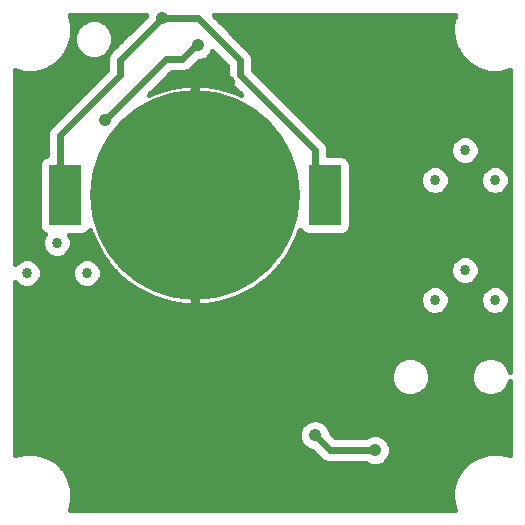
<source format=gbl>
G75*
%MOIN*%
%OFA0B0*%
%FSLAX25Y25*%
%IPPOS*%
%LPD*%
%AMOC8*
5,1,8,0,0,1.08239X$1,22.5*
%
%ADD10C,0.03378*%
%ADD11R,0.10984X0.20000*%
%ADD12C,0.70000*%
%ADD13C,0.04159*%
%ADD14C,0.02400*%
%ADD15C,0.01600*%
D10*
X0015138Y0090178D03*
X0025138Y0100178D03*
X0035138Y0090178D03*
X0151138Y0081178D03*
X0161138Y0091178D03*
X0171138Y0081178D03*
X0171138Y0121178D03*
X0161138Y0131178D03*
X0151138Y0121178D03*
D11*
X0114406Y0116178D03*
X0027871Y0116178D03*
D12*
X0071138Y0116178D03*
D13*
X0041138Y0141178D03*
X0072033Y0166134D03*
X0060011Y0175098D03*
X0082538Y0153978D03*
X0126138Y0146178D03*
X0089759Y0051678D03*
X0111138Y0036178D03*
X0131138Y0031178D03*
X0136138Y0036178D03*
X0126138Y0016178D03*
X0051138Y0041178D03*
X0016138Y0066178D03*
D14*
X0026138Y0117910D02*
X0026138Y0136178D01*
X0046138Y0156178D01*
X0046138Y0161178D01*
X0060011Y0175050D01*
X0060011Y0175098D01*
X0072218Y0175098D01*
X0086138Y0161178D01*
X0086138Y0156178D01*
X0111138Y0131178D01*
X0111138Y0119445D01*
X0066904Y0161594D02*
X0071443Y0166134D01*
X0066904Y0161594D02*
X0061555Y0161594D01*
X0041138Y0141178D01*
X0111138Y0036178D02*
X0116138Y0031178D01*
X0131138Y0031178D01*
D15*
X0029324Y0021639D02*
X0027461Y0024866D01*
X0024827Y0027500D01*
X0021600Y0029363D01*
X0018001Y0030328D01*
X0014276Y0030328D01*
X0011138Y0029487D01*
X0011138Y0087264D01*
X0012369Y0086033D01*
X0014166Y0085289D01*
X0016111Y0085289D01*
X0017908Y0086033D01*
X0019283Y0087408D01*
X0020027Y0089205D01*
X0020027Y0091150D01*
X0019283Y0092947D01*
X0017908Y0094322D01*
X0016111Y0095067D01*
X0014166Y0095067D01*
X0012369Y0094322D01*
X0011138Y0093092D01*
X0011138Y0157868D01*
X0014276Y0157028D01*
X0018001Y0157028D01*
X0021600Y0157992D01*
X0024827Y0159855D01*
X0027461Y0162489D01*
X0029324Y0165716D01*
X0030288Y0169315D01*
X0030288Y0173041D01*
X0029448Y0176178D01*
X0054743Y0176178D01*
X0054731Y0176148D01*
X0054731Y0175993D01*
X0043646Y0164908D01*
X0042408Y0163670D01*
X0041738Y0162053D01*
X0041738Y0158000D01*
X0022408Y0138670D01*
X0021738Y0137053D01*
X0021738Y0129376D01*
X0020566Y0128890D01*
X0019666Y0127990D01*
X0019179Y0126814D01*
X0019179Y0105541D01*
X0019666Y0104365D01*
X0020566Y0103465D01*
X0021235Y0103188D01*
X0020994Y0102947D01*
X0020249Y0101150D01*
X0020249Y0099205D01*
X0020994Y0097408D01*
X0022369Y0096033D01*
X0024166Y0095289D01*
X0026111Y0095289D01*
X0027908Y0096033D01*
X0029283Y0097408D01*
X0030027Y0099205D01*
X0030027Y0101150D01*
X0029283Y0102947D01*
X0029252Y0102978D01*
X0033999Y0102978D01*
X0035176Y0103465D01*
X0036076Y0104365D01*
X0036189Y0104638D01*
X0036336Y0104168D01*
X0037124Y0102088D01*
X0029639Y0102088D01*
X0030027Y0100490D02*
X0037844Y0100490D01*
X0038037Y0100060D02*
X0039070Y0098091D01*
X0040221Y0096188D01*
X0041484Y0094358D01*
X0042856Y0092607D01*
X0044331Y0090942D01*
X0045903Y0089370D01*
X0047568Y0087895D01*
X0049319Y0086524D01*
X0051149Y0085260D01*
X0053052Y0084110D01*
X0055021Y0083076D01*
X0057049Y0082163D01*
X0059129Y0081375D01*
X0061252Y0080713D01*
X0063411Y0080181D01*
X0065599Y0079780D01*
X0067807Y0079512D01*
X0070026Y0079378D01*
X0070338Y0079378D01*
X0070338Y0115378D01*
X0071938Y0115378D01*
X0071938Y0079378D01*
X0072250Y0079378D01*
X0074470Y0079512D01*
X0076678Y0079780D01*
X0078866Y0080181D01*
X0081025Y0080713D01*
X0083148Y0081375D01*
X0085228Y0082163D01*
X0087256Y0083076D01*
X0089225Y0084110D01*
X0091128Y0085260D01*
X0092958Y0086524D01*
X0094709Y0087895D01*
X0096374Y0089370D01*
X0097946Y0090942D01*
X0099421Y0092607D01*
X0100793Y0094358D01*
X0102056Y0096188D01*
X0103206Y0098091D01*
X0104240Y0100060D01*
X0105153Y0102088D01*
X0176138Y0102088D01*
X0176138Y0100490D02*
X0104433Y0100490D01*
X0105153Y0102088D02*
X0105941Y0104168D01*
X0106088Y0104638D01*
X0106201Y0104365D01*
X0107101Y0103465D01*
X0108278Y0102978D01*
X0120535Y0102978D01*
X0121711Y0103465D01*
X0122611Y0104365D01*
X0123098Y0105541D01*
X0123098Y0126814D01*
X0122611Y0127990D01*
X0121711Y0128890D01*
X0120535Y0129378D01*
X0115538Y0129378D01*
X0115538Y0132053D01*
X0114869Y0133670D01*
X0113631Y0134908D01*
X0090538Y0158000D01*
X0090538Y0162053D01*
X0089869Y0163670D01*
X0088631Y0164908D01*
X0077361Y0176178D01*
X0157829Y0176178D01*
X0156988Y0173041D01*
X0156988Y0169315D01*
X0157953Y0165716D01*
X0159816Y0162489D01*
X0162450Y0159855D01*
X0165677Y0157992D01*
X0169276Y0157028D01*
X0173001Y0157028D01*
X0176138Y0157868D01*
X0176138Y0057251D01*
X0175253Y0059388D01*
X0173404Y0061237D01*
X0170989Y0062237D01*
X0168375Y0062237D01*
X0165959Y0061237D01*
X0164111Y0059388D01*
X0163110Y0056973D01*
X0163110Y0054359D01*
X0164111Y0051943D01*
X0165959Y0050095D01*
X0168375Y0049094D01*
X0170989Y0049094D01*
X0173404Y0050095D01*
X0175253Y0051943D01*
X0176138Y0054081D01*
X0176138Y0029487D01*
X0173001Y0030328D01*
X0169276Y0030328D01*
X0165677Y0029363D01*
X0162450Y0027500D01*
X0159816Y0024866D01*
X0157953Y0021639D01*
X0156988Y0018041D01*
X0156988Y0014315D01*
X0157829Y0011178D01*
X0029448Y0011178D01*
X0030288Y0014315D01*
X0030288Y0018041D01*
X0029324Y0021639D01*
X0029022Y0022163D02*
X0158255Y0022163D01*
X0157665Y0020564D02*
X0029612Y0020564D01*
X0030041Y0018966D02*
X0157236Y0018966D01*
X0156988Y0017367D02*
X0030288Y0017367D01*
X0030288Y0015769D02*
X0156988Y0015769D01*
X0157027Y0014170D02*
X0030250Y0014170D01*
X0029821Y0012572D02*
X0157456Y0012572D01*
X0159178Y0023761D02*
X0028099Y0023761D01*
X0026967Y0025360D02*
X0160309Y0025360D01*
X0161908Y0026958D02*
X0134385Y0026958D01*
X0134129Y0026702D02*
X0135614Y0028187D01*
X0136418Y0030127D01*
X0136418Y0032228D01*
X0135614Y0034168D01*
X0134129Y0035653D01*
X0132189Y0036457D01*
X0130088Y0036457D01*
X0128148Y0035653D01*
X0128072Y0035578D01*
X0117961Y0035578D01*
X0116418Y0037121D01*
X0116418Y0037228D01*
X0115614Y0039168D01*
X0114129Y0040653D01*
X0112189Y0041457D01*
X0110088Y0041457D01*
X0108148Y0040653D01*
X0106663Y0039168D01*
X0105859Y0037228D01*
X0105859Y0035127D01*
X0106663Y0033187D01*
X0108148Y0031702D01*
X0110088Y0030898D01*
X0110195Y0030898D01*
X0113646Y0027448D01*
X0115263Y0026778D01*
X0128072Y0026778D01*
X0128148Y0026702D01*
X0130088Y0025898D01*
X0132189Y0025898D01*
X0134129Y0026702D01*
X0135767Y0028557D02*
X0164280Y0028557D01*
X0168632Y0030155D02*
X0136418Y0030155D01*
X0136418Y0031754D02*
X0176138Y0031754D01*
X0176138Y0033352D02*
X0135952Y0033352D01*
X0134832Y0034951D02*
X0176138Y0034951D01*
X0176138Y0036549D02*
X0116989Y0036549D01*
X0116037Y0038148D02*
X0176138Y0038148D01*
X0176138Y0039746D02*
X0115036Y0039746D01*
X0112460Y0041345D02*
X0176138Y0041345D01*
X0176138Y0042943D02*
X0011138Y0042943D01*
X0011138Y0041345D02*
X0109817Y0041345D01*
X0107241Y0039746D02*
X0011138Y0039746D01*
X0011138Y0038148D02*
X0106240Y0038148D01*
X0105859Y0036549D02*
X0011138Y0036549D01*
X0011138Y0034951D02*
X0105932Y0034951D01*
X0106594Y0033352D02*
X0011138Y0033352D01*
X0011138Y0031754D02*
X0108096Y0031754D01*
X0110938Y0030155D02*
X0018644Y0030155D01*
X0013632Y0030155D02*
X0011138Y0030155D01*
X0022997Y0028557D02*
X0112537Y0028557D01*
X0114827Y0026958D02*
X0025369Y0026958D01*
X0011138Y0044542D02*
X0176138Y0044542D01*
X0176138Y0046140D02*
X0011138Y0046140D01*
X0011138Y0047739D02*
X0176138Y0047739D01*
X0176138Y0049337D02*
X0171576Y0049337D01*
X0174246Y0050936D02*
X0176138Y0050936D01*
X0176138Y0052534D02*
X0175498Y0052534D01*
X0176106Y0057330D02*
X0176138Y0057330D01*
X0176138Y0058929D02*
X0175443Y0058929D01*
X0176138Y0060527D02*
X0174114Y0060527D01*
X0176138Y0062126D02*
X0171259Y0062126D01*
X0168104Y0062126D02*
X0144488Y0062126D01*
X0144217Y0062237D02*
X0146633Y0061237D01*
X0148481Y0059388D01*
X0149482Y0056973D01*
X0149482Y0054359D01*
X0148481Y0051943D01*
X0146633Y0050095D01*
X0144217Y0049094D01*
X0141603Y0049094D01*
X0139188Y0050095D01*
X0137339Y0051943D01*
X0136338Y0054359D01*
X0136338Y0056973D01*
X0137339Y0059388D01*
X0139188Y0061237D01*
X0141603Y0062237D01*
X0144217Y0062237D01*
X0141333Y0062126D02*
X0011138Y0062126D01*
X0011138Y0063724D02*
X0176138Y0063724D01*
X0176138Y0065323D02*
X0011138Y0065323D01*
X0011138Y0066921D02*
X0176138Y0066921D01*
X0176138Y0068520D02*
X0011138Y0068520D01*
X0011138Y0070118D02*
X0176138Y0070118D01*
X0176138Y0071717D02*
X0011138Y0071717D01*
X0011138Y0073315D02*
X0176138Y0073315D01*
X0176138Y0074914D02*
X0011138Y0074914D01*
X0011138Y0076512D02*
X0149626Y0076512D01*
X0150166Y0076289D02*
X0148369Y0077033D01*
X0146994Y0078408D01*
X0146249Y0080205D01*
X0146249Y0082150D01*
X0146994Y0083947D01*
X0148369Y0085322D01*
X0150166Y0086067D01*
X0152111Y0086067D01*
X0153908Y0085322D01*
X0155283Y0083947D01*
X0156027Y0082150D01*
X0156027Y0080205D01*
X0155283Y0078408D01*
X0153908Y0077033D01*
X0152111Y0076289D01*
X0150166Y0076289D01*
X0152650Y0076512D02*
X0169626Y0076512D01*
X0170166Y0076289D02*
X0172111Y0076289D01*
X0173908Y0077033D01*
X0175283Y0078408D01*
X0176027Y0080205D01*
X0176027Y0082150D01*
X0175283Y0083947D01*
X0173908Y0085322D01*
X0172111Y0086067D01*
X0170166Y0086067D01*
X0168369Y0085322D01*
X0166994Y0083947D01*
X0166249Y0082150D01*
X0166249Y0080205D01*
X0166994Y0078408D01*
X0168369Y0077033D01*
X0170166Y0076289D01*
X0167291Y0078111D02*
X0154986Y0078111D01*
X0155822Y0079709D02*
X0166455Y0079709D01*
X0166249Y0081308D02*
X0156027Y0081308D01*
X0155714Y0082906D02*
X0166563Y0082906D01*
X0167551Y0084505D02*
X0154725Y0084505D01*
X0157700Y0087702D02*
X0094462Y0087702D01*
X0096295Y0089300D02*
X0156624Y0089300D01*
X0156994Y0088408D02*
X0158369Y0087033D01*
X0160166Y0086289D01*
X0162111Y0086289D01*
X0163908Y0087033D01*
X0165283Y0088408D01*
X0166027Y0090205D01*
X0166027Y0092150D01*
X0165283Y0093947D01*
X0163908Y0095322D01*
X0162111Y0096067D01*
X0160166Y0096067D01*
X0158369Y0095322D01*
X0156994Y0093947D01*
X0156249Y0092150D01*
X0156249Y0090205D01*
X0156994Y0088408D01*
X0156249Y0090899D02*
X0097903Y0090899D01*
X0099324Y0092497D02*
X0156393Y0092497D01*
X0157143Y0094096D02*
X0100587Y0094096D01*
X0101715Y0095694D02*
X0159267Y0095694D01*
X0163010Y0095694D02*
X0176138Y0095694D01*
X0176138Y0094096D02*
X0165134Y0094096D01*
X0165884Y0092497D02*
X0176138Y0092497D01*
X0176138Y0090899D02*
X0166027Y0090899D01*
X0165653Y0089300D02*
X0176138Y0089300D01*
X0176138Y0087702D02*
X0164577Y0087702D01*
X0174725Y0084505D02*
X0176138Y0084505D01*
X0176138Y0086103D02*
X0092349Y0086103D01*
X0089878Y0084505D02*
X0147551Y0084505D01*
X0146563Y0082906D02*
X0086878Y0082906D01*
X0082933Y0081308D02*
X0146249Y0081308D01*
X0146455Y0079709D02*
X0076095Y0079709D01*
X0071938Y0079709D02*
X0070338Y0079709D01*
X0070338Y0081308D02*
X0071938Y0081308D01*
X0071938Y0082906D02*
X0070338Y0082906D01*
X0070338Y0084505D02*
X0071938Y0084505D01*
X0071938Y0086103D02*
X0070338Y0086103D01*
X0070338Y0087702D02*
X0071938Y0087702D01*
X0071938Y0089300D02*
X0070338Y0089300D01*
X0070338Y0090899D02*
X0071938Y0090899D01*
X0071938Y0092497D02*
X0070338Y0092497D01*
X0070338Y0094096D02*
X0071938Y0094096D01*
X0071938Y0095694D02*
X0070338Y0095694D01*
X0070338Y0097293D02*
X0071938Y0097293D01*
X0071938Y0098891D02*
X0070338Y0098891D01*
X0070338Y0100490D02*
X0071938Y0100490D01*
X0071938Y0102088D02*
X0070338Y0102088D01*
X0070338Y0103687D02*
X0071938Y0103687D01*
X0071938Y0105285D02*
X0070338Y0105285D01*
X0070338Y0106884D02*
X0071938Y0106884D01*
X0071938Y0108482D02*
X0070338Y0108482D01*
X0070338Y0110081D02*
X0071938Y0110081D01*
X0071938Y0111679D02*
X0070338Y0111679D01*
X0070338Y0113278D02*
X0071938Y0113278D01*
X0071938Y0114876D02*
X0070338Y0114876D01*
X0070338Y0116978D02*
X0070338Y0152978D01*
X0070026Y0152978D01*
X0067807Y0152843D01*
X0065599Y0152575D01*
X0063411Y0152174D01*
X0061252Y0151642D01*
X0057826Y0151642D01*
X0059129Y0150981D02*
X0057049Y0150192D01*
X0055824Y0149640D01*
X0063378Y0157194D01*
X0067779Y0157194D01*
X0069396Y0157864D01*
X0072386Y0160854D01*
X0073083Y0160854D01*
X0075024Y0161658D01*
X0076509Y0163143D01*
X0076931Y0164163D01*
X0081738Y0159355D01*
X0081738Y0155302D01*
X0082408Y0153685D01*
X0086453Y0149640D01*
X0085228Y0150192D01*
X0083148Y0150981D01*
X0081025Y0151642D01*
X0084451Y0151642D01*
X0085557Y0150044D02*
X0086050Y0150044D01*
X0082853Y0153241D02*
X0059424Y0153241D01*
X0061023Y0154839D02*
X0081930Y0154839D01*
X0081738Y0156438D02*
X0062621Y0156438D01*
X0061252Y0151642D02*
X0059129Y0150981D01*
X0056720Y0150044D02*
X0056227Y0150044D01*
X0070338Y0150044D02*
X0071938Y0150044D01*
X0071938Y0151642D02*
X0070338Y0151642D01*
X0071938Y0152978D02*
X0071938Y0116978D01*
X0070338Y0116978D01*
X0070338Y0118073D02*
X0071938Y0118073D01*
X0071938Y0119672D02*
X0070338Y0119672D01*
X0070338Y0121270D02*
X0071938Y0121270D01*
X0071938Y0122869D02*
X0070338Y0122869D01*
X0070338Y0124467D02*
X0071938Y0124467D01*
X0071938Y0126066D02*
X0070338Y0126066D01*
X0070338Y0127665D02*
X0071938Y0127665D01*
X0071938Y0129263D02*
X0070338Y0129263D01*
X0070338Y0130862D02*
X0071938Y0130862D01*
X0071938Y0132460D02*
X0070338Y0132460D01*
X0070338Y0134059D02*
X0071938Y0134059D01*
X0071938Y0135657D02*
X0070338Y0135657D01*
X0070338Y0137256D02*
X0071938Y0137256D01*
X0071938Y0138854D02*
X0070338Y0138854D01*
X0070338Y0140453D02*
X0071938Y0140453D01*
X0071938Y0142051D02*
X0070338Y0142051D01*
X0070338Y0143650D02*
X0071938Y0143650D01*
X0071938Y0145248D02*
X0070338Y0145248D01*
X0070338Y0146847D02*
X0071938Y0146847D01*
X0071938Y0148445D02*
X0070338Y0148445D01*
X0071938Y0152978D02*
X0072250Y0152978D01*
X0074470Y0152843D01*
X0076678Y0152575D01*
X0078866Y0152174D01*
X0081025Y0151642D01*
X0081738Y0158036D02*
X0069568Y0158036D01*
X0071167Y0159635D02*
X0081459Y0159635D01*
X0079860Y0161233D02*
X0073999Y0161233D01*
X0076198Y0162832D02*
X0078262Y0162832D01*
X0072033Y0166134D02*
X0071443Y0166134D01*
X0079517Y0174021D02*
X0157251Y0174021D01*
X0156988Y0172423D02*
X0081116Y0172423D01*
X0082714Y0170824D02*
X0156988Y0170824D01*
X0157012Y0169226D02*
X0084313Y0169226D01*
X0085911Y0167627D02*
X0157441Y0167627D01*
X0157869Y0166029D02*
X0087510Y0166029D01*
X0089108Y0164430D02*
X0158695Y0164430D01*
X0159618Y0162832D02*
X0090216Y0162832D01*
X0090538Y0161233D02*
X0161072Y0161233D01*
X0162831Y0159635D02*
X0090538Y0159635D01*
X0090538Y0158036D02*
X0165600Y0158036D01*
X0176138Y0156438D02*
X0092101Y0156438D01*
X0093699Y0154839D02*
X0176138Y0154839D01*
X0176138Y0153241D02*
X0095298Y0153241D01*
X0096896Y0151642D02*
X0176138Y0151642D01*
X0176138Y0150044D02*
X0098495Y0150044D01*
X0100093Y0148445D02*
X0176138Y0148445D01*
X0176138Y0146847D02*
X0101692Y0146847D01*
X0103291Y0145248D02*
X0176138Y0145248D01*
X0176138Y0143650D02*
X0104889Y0143650D01*
X0106488Y0142051D02*
X0176138Y0142051D01*
X0176138Y0140453D02*
X0108086Y0140453D01*
X0109685Y0138854D02*
X0176138Y0138854D01*
X0176138Y0137256D02*
X0111283Y0137256D01*
X0112882Y0135657D02*
X0159177Y0135657D01*
X0158369Y0135322D02*
X0156994Y0133947D01*
X0156249Y0132150D01*
X0156249Y0130205D01*
X0156994Y0128408D01*
X0158369Y0127033D01*
X0160166Y0126289D01*
X0162111Y0126289D01*
X0163908Y0127033D01*
X0165283Y0128408D01*
X0166027Y0130205D01*
X0166027Y0132150D01*
X0165283Y0133947D01*
X0163908Y0135322D01*
X0162111Y0136067D01*
X0160166Y0136067D01*
X0158369Y0135322D01*
X0157105Y0134059D02*
X0114480Y0134059D01*
X0115370Y0132460D02*
X0156378Y0132460D01*
X0156249Y0130862D02*
X0115538Y0130862D01*
X0120812Y0129263D02*
X0156640Y0129263D01*
X0157738Y0127665D02*
X0122746Y0127665D01*
X0123098Y0126066D02*
X0150164Y0126066D01*
X0150166Y0126067D02*
X0148369Y0125322D01*
X0146994Y0123947D01*
X0146249Y0122150D01*
X0146249Y0120205D01*
X0146994Y0118408D01*
X0148369Y0117033D01*
X0150166Y0116289D01*
X0152111Y0116289D01*
X0153908Y0117033D01*
X0155283Y0118408D01*
X0156027Y0120205D01*
X0156027Y0122150D01*
X0155283Y0123947D01*
X0153908Y0125322D01*
X0152111Y0126067D01*
X0150166Y0126067D01*
X0152112Y0126066D02*
X0170164Y0126066D01*
X0170166Y0126067D02*
X0168369Y0125322D01*
X0166994Y0123947D01*
X0166249Y0122150D01*
X0166249Y0120205D01*
X0166994Y0118408D01*
X0168369Y0117033D01*
X0170166Y0116289D01*
X0172111Y0116289D01*
X0173908Y0117033D01*
X0175283Y0118408D01*
X0176027Y0120205D01*
X0176027Y0122150D01*
X0175283Y0123947D01*
X0173908Y0125322D01*
X0172111Y0126067D01*
X0170166Y0126067D01*
X0172112Y0126066D02*
X0176138Y0126066D01*
X0176138Y0124467D02*
X0174763Y0124467D01*
X0175730Y0122869D02*
X0176138Y0122869D01*
X0176138Y0121270D02*
X0176027Y0121270D01*
X0176138Y0119672D02*
X0175807Y0119672D01*
X0176138Y0118073D02*
X0174948Y0118073D01*
X0176138Y0116475D02*
X0172561Y0116475D01*
X0176138Y0114876D02*
X0123098Y0114876D01*
X0123098Y0113278D02*
X0176138Y0113278D01*
X0176138Y0111679D02*
X0123098Y0111679D01*
X0123098Y0110081D02*
X0176138Y0110081D01*
X0176138Y0108482D02*
X0123098Y0108482D01*
X0123098Y0106884D02*
X0176138Y0106884D01*
X0176138Y0105285D02*
X0122992Y0105285D01*
X0121933Y0103687D02*
X0176138Y0103687D01*
X0176138Y0098891D02*
X0103626Y0098891D01*
X0102724Y0097293D02*
X0176138Y0097293D01*
X0176138Y0082906D02*
X0175714Y0082906D01*
X0176027Y0081308D02*
X0176138Y0081308D01*
X0176138Y0079709D02*
X0175822Y0079709D01*
X0176138Y0078111D02*
X0174986Y0078111D01*
X0176138Y0076512D02*
X0172650Y0076512D01*
X0165249Y0060527D02*
X0147343Y0060527D01*
X0148672Y0058929D02*
X0163920Y0058929D01*
X0163258Y0057330D02*
X0149334Y0057330D01*
X0149482Y0055732D02*
X0163110Y0055732D01*
X0163204Y0054133D02*
X0149388Y0054133D01*
X0148726Y0052534D02*
X0163866Y0052534D01*
X0165118Y0050936D02*
X0147474Y0050936D01*
X0144805Y0049337D02*
X0167787Y0049337D01*
X0173644Y0030155D02*
X0176138Y0030155D01*
X0141016Y0049337D02*
X0011138Y0049337D01*
X0011138Y0050936D02*
X0138346Y0050936D01*
X0137094Y0052534D02*
X0011138Y0052534D01*
X0011138Y0054133D02*
X0136432Y0054133D01*
X0136338Y0055732D02*
X0011138Y0055732D01*
X0011138Y0057330D02*
X0136486Y0057330D01*
X0137148Y0058929D02*
X0011138Y0058929D01*
X0011138Y0060527D02*
X0138478Y0060527D01*
X0147291Y0078111D02*
X0011138Y0078111D01*
X0011138Y0079709D02*
X0066182Y0079709D01*
X0059344Y0081308D02*
X0011138Y0081308D01*
X0011138Y0082906D02*
X0055399Y0082906D01*
X0052398Y0084505D02*
X0011138Y0084505D01*
X0011138Y0086103D02*
X0012299Y0086103D01*
X0017978Y0086103D02*
X0032299Y0086103D01*
X0032369Y0086033D02*
X0034166Y0085289D01*
X0036111Y0085289D01*
X0037908Y0086033D01*
X0039283Y0087408D01*
X0040027Y0089205D01*
X0040027Y0091150D01*
X0039283Y0092947D01*
X0037908Y0094322D01*
X0036111Y0095067D01*
X0034166Y0095067D01*
X0032369Y0094322D01*
X0030994Y0092947D01*
X0030249Y0091150D01*
X0030249Y0089205D01*
X0030994Y0087408D01*
X0032369Y0086033D01*
X0030872Y0087702D02*
X0019405Y0087702D01*
X0020027Y0089300D02*
X0030249Y0089300D01*
X0030249Y0090899D02*
X0020027Y0090899D01*
X0019469Y0092497D02*
X0030807Y0092497D01*
X0032143Y0094096D02*
X0018134Y0094096D01*
X0021109Y0097293D02*
X0011138Y0097293D01*
X0011138Y0098891D02*
X0020379Y0098891D01*
X0020249Y0100490D02*
X0011138Y0100490D01*
X0011138Y0102088D02*
X0020638Y0102088D01*
X0020344Y0103687D02*
X0011138Y0103687D01*
X0011138Y0105285D02*
X0019285Y0105285D01*
X0019179Y0106884D02*
X0011138Y0106884D01*
X0011138Y0108482D02*
X0019179Y0108482D01*
X0019179Y0110081D02*
X0011138Y0110081D01*
X0011138Y0111679D02*
X0019179Y0111679D01*
X0019179Y0113278D02*
X0011138Y0113278D01*
X0011138Y0114876D02*
X0019179Y0114876D01*
X0019179Y0116475D02*
X0011138Y0116475D01*
X0011138Y0118073D02*
X0019179Y0118073D01*
X0019179Y0119672D02*
X0011138Y0119672D01*
X0011138Y0121270D02*
X0019179Y0121270D01*
X0019179Y0122869D02*
X0011138Y0122869D01*
X0011138Y0124467D02*
X0019179Y0124467D01*
X0019179Y0126066D02*
X0011138Y0126066D01*
X0011138Y0127665D02*
X0019531Y0127665D01*
X0021465Y0129263D02*
X0011138Y0129263D01*
X0011138Y0130862D02*
X0021738Y0130862D01*
X0021738Y0132460D02*
X0011138Y0132460D01*
X0011138Y0134059D02*
X0021738Y0134059D01*
X0021738Y0135657D02*
X0011138Y0135657D01*
X0011138Y0137256D02*
X0021822Y0137256D01*
X0022592Y0138854D02*
X0011138Y0138854D01*
X0011138Y0140453D02*
X0024191Y0140453D01*
X0025789Y0142051D02*
X0011138Y0142051D01*
X0011138Y0143650D02*
X0027388Y0143650D01*
X0028986Y0145248D02*
X0011138Y0145248D01*
X0011138Y0146847D02*
X0030585Y0146847D01*
X0032183Y0148445D02*
X0011138Y0148445D01*
X0011138Y0150044D02*
X0033782Y0150044D01*
X0035380Y0151642D02*
X0011138Y0151642D01*
X0011138Y0153241D02*
X0036979Y0153241D01*
X0038577Y0154839D02*
X0011138Y0154839D01*
X0011138Y0156438D02*
X0040176Y0156438D01*
X0041738Y0158036D02*
X0021677Y0158036D01*
X0024446Y0159635D02*
X0041738Y0159635D01*
X0041738Y0161233D02*
X0026205Y0161233D01*
X0027659Y0162832D02*
X0033450Y0162832D01*
X0033688Y0162595D02*
X0036103Y0161594D01*
X0038717Y0161594D01*
X0041133Y0162595D01*
X0042981Y0164443D01*
X0043982Y0166859D01*
X0043982Y0169473D01*
X0042981Y0171888D01*
X0041133Y0173737D01*
X0038717Y0174737D01*
X0036103Y0174737D01*
X0033688Y0173737D01*
X0031839Y0171888D01*
X0030838Y0169473D01*
X0030838Y0166859D01*
X0031839Y0164443D01*
X0033688Y0162595D01*
X0031852Y0164430D02*
X0028582Y0164430D01*
X0029408Y0166029D02*
X0031182Y0166029D01*
X0030838Y0167627D02*
X0029836Y0167627D01*
X0030265Y0169226D02*
X0030838Y0169226D01*
X0030288Y0170824D02*
X0031398Y0170824D01*
X0032373Y0172423D02*
X0030288Y0172423D01*
X0030026Y0174021D02*
X0034374Y0174021D01*
X0029597Y0175620D02*
X0054358Y0175620D01*
X0052760Y0174021D02*
X0040446Y0174021D01*
X0042447Y0172423D02*
X0051161Y0172423D01*
X0049563Y0170824D02*
X0043422Y0170824D01*
X0043982Y0169226D02*
X0047964Y0169226D01*
X0046366Y0167627D02*
X0043982Y0167627D01*
X0043638Y0166029D02*
X0044767Y0166029D01*
X0043169Y0164430D02*
X0042968Y0164430D01*
X0042061Y0162832D02*
X0041370Y0162832D01*
X0077919Y0175620D02*
X0157680Y0175620D01*
X0163100Y0135657D02*
X0176138Y0135657D01*
X0176138Y0134059D02*
X0165172Y0134059D01*
X0165899Y0132460D02*
X0176138Y0132460D01*
X0176138Y0130862D02*
X0166027Y0130862D01*
X0165637Y0129263D02*
X0176138Y0129263D01*
X0176138Y0127665D02*
X0164539Y0127665D01*
X0167514Y0124467D02*
X0154763Y0124467D01*
X0155730Y0122869D02*
X0166547Y0122869D01*
X0166249Y0121270D02*
X0156027Y0121270D01*
X0155807Y0119672D02*
X0166470Y0119672D01*
X0167329Y0118073D02*
X0154948Y0118073D01*
X0152561Y0116475D02*
X0169716Y0116475D01*
X0149716Y0116475D02*
X0123098Y0116475D01*
X0123098Y0118073D02*
X0147329Y0118073D01*
X0146470Y0119672D02*
X0123098Y0119672D01*
X0123098Y0121270D02*
X0146249Y0121270D01*
X0146547Y0122869D02*
X0123098Y0122869D01*
X0123098Y0124467D02*
X0147514Y0124467D01*
X0114406Y0116178D02*
X0111138Y0119445D01*
X0106879Y0103687D02*
X0105759Y0103687D01*
X0049927Y0086103D02*
X0037978Y0086103D01*
X0039405Y0087702D02*
X0047815Y0087702D01*
X0045982Y0089300D02*
X0040027Y0089300D01*
X0040027Y0090899D02*
X0044374Y0090899D01*
X0042953Y0092497D02*
X0039469Y0092497D01*
X0038134Y0094096D02*
X0041690Y0094096D01*
X0040562Y0095694D02*
X0027090Y0095694D01*
X0029168Y0097293D02*
X0039553Y0097293D01*
X0038651Y0098891D02*
X0029897Y0098891D01*
X0035398Y0103687D02*
X0036518Y0103687D01*
X0037124Y0102088D02*
X0038037Y0100060D01*
X0023187Y0095694D02*
X0011138Y0095694D01*
X0011138Y0094096D02*
X0012143Y0094096D01*
X0027871Y0116178D02*
X0026138Y0117910D01*
M02*

</source>
